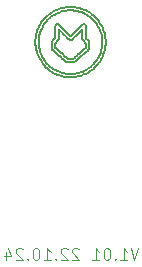
<source format=gbr>
G04 #@! TF.GenerationSoftware,KiCad,Pcbnew,8.0.5*
G04 #@! TF.CreationDate,2024-10-22T03:07:17+03:00*
G04 #@! TF.ProjectId,DC36_DC5,44433336-5f44-4433-952e-6b696361645f,rev?*
G04 #@! TF.SameCoordinates,Original*
G04 #@! TF.FileFunction,Legend,Bot*
G04 #@! TF.FilePolarity,Positive*
%FSLAX46Y46*%
G04 Gerber Fmt 4.6, Leading zero omitted, Abs format (unit mm)*
G04 Created by KiCad (PCBNEW 8.0.5) date 2024-10-22 03:07:17*
%MOMM*%
%LPD*%
G01*
G04 APERTURE LIST*
G04 Aperture macros list*
%AMRoundRect*
0 Rectangle with rounded corners*
0 $1 Rounding radius*
0 $2 $3 $4 $5 $6 $7 $8 $9 X,Y pos of 4 corners*
0 Add a 4 corners polygon primitive as box body*
4,1,4,$2,$3,$4,$5,$6,$7,$8,$9,$2,$3,0*
0 Add four circle primitives for the rounded corners*
1,1,$1+$1,$2,$3*
1,1,$1+$1,$4,$5*
1,1,$1+$1,$6,$7*
1,1,$1+$1,$8,$9*
0 Add four rect primitives between the rounded corners*
20,1,$1+$1,$2,$3,$4,$5,0*
20,1,$1+$1,$4,$5,$6,$7,0*
20,1,$1+$1,$6,$7,$8,$9,0*
20,1,$1+$1,$8,$9,$2,$3,0*%
G04 Aperture macros list end*
%ADD10C,0.100000*%
%ADD11C,0.150000*%
%ADD12C,0.800000*%
%ADD13C,8.000000*%
%ADD14RoundRect,0.250000X-1.250000X0.755000X-1.250000X-0.755000X1.250000X-0.755000X1.250000X0.755000X0*%
%ADD15C,1.440000*%
G04 APERTURE END LIST*
D10*
X128997972Y-113172419D02*
X128664639Y-114172419D01*
X128664639Y-114172419D02*
X128331306Y-113172419D01*
X127474163Y-114172419D02*
X128045591Y-114172419D01*
X127759877Y-114172419D02*
X127759877Y-113172419D01*
X127759877Y-113172419D02*
X127855115Y-113315276D01*
X127855115Y-113315276D02*
X127950353Y-113410514D01*
X127950353Y-113410514D02*
X128045591Y-113458133D01*
X127045591Y-114077180D02*
X126997972Y-114124800D01*
X126997972Y-114124800D02*
X127045591Y-114172419D01*
X127045591Y-114172419D02*
X127093210Y-114124800D01*
X127093210Y-114124800D02*
X127045591Y-114077180D01*
X127045591Y-114077180D02*
X127045591Y-114172419D01*
X126378925Y-113172419D02*
X126283687Y-113172419D01*
X126283687Y-113172419D02*
X126188449Y-113220038D01*
X126188449Y-113220038D02*
X126140830Y-113267657D01*
X126140830Y-113267657D02*
X126093211Y-113362895D01*
X126093211Y-113362895D02*
X126045592Y-113553371D01*
X126045592Y-113553371D02*
X126045592Y-113791466D01*
X126045592Y-113791466D02*
X126093211Y-113981942D01*
X126093211Y-113981942D02*
X126140830Y-114077180D01*
X126140830Y-114077180D02*
X126188449Y-114124800D01*
X126188449Y-114124800D02*
X126283687Y-114172419D01*
X126283687Y-114172419D02*
X126378925Y-114172419D01*
X126378925Y-114172419D02*
X126474163Y-114124800D01*
X126474163Y-114124800D02*
X126521782Y-114077180D01*
X126521782Y-114077180D02*
X126569401Y-113981942D01*
X126569401Y-113981942D02*
X126617020Y-113791466D01*
X126617020Y-113791466D02*
X126617020Y-113553371D01*
X126617020Y-113553371D02*
X126569401Y-113362895D01*
X126569401Y-113362895D02*
X126521782Y-113267657D01*
X126521782Y-113267657D02*
X126474163Y-113220038D01*
X126474163Y-113220038D02*
X126378925Y-113172419D01*
X125093211Y-114172419D02*
X125664639Y-114172419D01*
X125378925Y-114172419D02*
X125378925Y-113172419D01*
X125378925Y-113172419D02*
X125474163Y-113315276D01*
X125474163Y-113315276D02*
X125569401Y-113410514D01*
X125569401Y-113410514D02*
X125664639Y-113458133D01*
X123950353Y-113267657D02*
X123902734Y-113220038D01*
X123902734Y-113220038D02*
X123807496Y-113172419D01*
X123807496Y-113172419D02*
X123569401Y-113172419D01*
X123569401Y-113172419D02*
X123474163Y-113220038D01*
X123474163Y-113220038D02*
X123426544Y-113267657D01*
X123426544Y-113267657D02*
X123378925Y-113362895D01*
X123378925Y-113362895D02*
X123378925Y-113458133D01*
X123378925Y-113458133D02*
X123426544Y-113600990D01*
X123426544Y-113600990D02*
X123997972Y-114172419D01*
X123997972Y-114172419D02*
X123378925Y-114172419D01*
X122997972Y-113267657D02*
X122950353Y-113220038D01*
X122950353Y-113220038D02*
X122855115Y-113172419D01*
X122855115Y-113172419D02*
X122617020Y-113172419D01*
X122617020Y-113172419D02*
X122521782Y-113220038D01*
X122521782Y-113220038D02*
X122474163Y-113267657D01*
X122474163Y-113267657D02*
X122426544Y-113362895D01*
X122426544Y-113362895D02*
X122426544Y-113458133D01*
X122426544Y-113458133D02*
X122474163Y-113600990D01*
X122474163Y-113600990D02*
X123045591Y-114172419D01*
X123045591Y-114172419D02*
X122426544Y-114172419D01*
X121997972Y-114077180D02*
X121950353Y-114124800D01*
X121950353Y-114124800D02*
X121997972Y-114172419D01*
X121997972Y-114172419D02*
X122045591Y-114124800D01*
X122045591Y-114124800D02*
X121997972Y-114077180D01*
X121997972Y-114077180D02*
X121997972Y-114172419D01*
X120997973Y-114172419D02*
X121569401Y-114172419D01*
X121283687Y-114172419D02*
X121283687Y-113172419D01*
X121283687Y-113172419D02*
X121378925Y-113315276D01*
X121378925Y-113315276D02*
X121474163Y-113410514D01*
X121474163Y-113410514D02*
X121569401Y-113458133D01*
X120378925Y-113172419D02*
X120283687Y-113172419D01*
X120283687Y-113172419D02*
X120188449Y-113220038D01*
X120188449Y-113220038D02*
X120140830Y-113267657D01*
X120140830Y-113267657D02*
X120093211Y-113362895D01*
X120093211Y-113362895D02*
X120045592Y-113553371D01*
X120045592Y-113553371D02*
X120045592Y-113791466D01*
X120045592Y-113791466D02*
X120093211Y-113981942D01*
X120093211Y-113981942D02*
X120140830Y-114077180D01*
X120140830Y-114077180D02*
X120188449Y-114124800D01*
X120188449Y-114124800D02*
X120283687Y-114172419D01*
X120283687Y-114172419D02*
X120378925Y-114172419D01*
X120378925Y-114172419D02*
X120474163Y-114124800D01*
X120474163Y-114124800D02*
X120521782Y-114077180D01*
X120521782Y-114077180D02*
X120569401Y-113981942D01*
X120569401Y-113981942D02*
X120617020Y-113791466D01*
X120617020Y-113791466D02*
X120617020Y-113553371D01*
X120617020Y-113553371D02*
X120569401Y-113362895D01*
X120569401Y-113362895D02*
X120521782Y-113267657D01*
X120521782Y-113267657D02*
X120474163Y-113220038D01*
X120474163Y-113220038D02*
X120378925Y-113172419D01*
X119617020Y-114077180D02*
X119569401Y-114124800D01*
X119569401Y-114124800D02*
X119617020Y-114172419D01*
X119617020Y-114172419D02*
X119664639Y-114124800D01*
X119664639Y-114124800D02*
X119617020Y-114077180D01*
X119617020Y-114077180D02*
X119617020Y-114172419D01*
X119188449Y-113267657D02*
X119140830Y-113220038D01*
X119140830Y-113220038D02*
X119045592Y-113172419D01*
X119045592Y-113172419D02*
X118807497Y-113172419D01*
X118807497Y-113172419D02*
X118712259Y-113220038D01*
X118712259Y-113220038D02*
X118664640Y-113267657D01*
X118664640Y-113267657D02*
X118617021Y-113362895D01*
X118617021Y-113362895D02*
X118617021Y-113458133D01*
X118617021Y-113458133D02*
X118664640Y-113600990D01*
X118664640Y-113600990D02*
X119236068Y-114172419D01*
X119236068Y-114172419D02*
X118617021Y-114172419D01*
X117759878Y-113505752D02*
X117759878Y-114172419D01*
X117997973Y-113124800D02*
X118236068Y-113839085D01*
X118236068Y-113839085D02*
X117617021Y-113839085D01*
D11*
X120273000Y-95716590D02*
X120273000Y-95704000D01*
X120282560Y-95951250D02*
X120279850Y-95908350D01*
X120305560Y-96158640D02*
X120285670Y-95993730D01*
X120592540Y-95267540D02*
X120620000Y-95127000D01*
X120930740Y-94345740D02*
X121011420Y-94217620D01*
X120984020Y-93789420D02*
X121070450Y-93693450D01*
X121111280Y-97359320D02*
X121040020Y-97262580D01*
X121184400Y-93577000D02*
X121231200Y-93532600D01*
X121210830Y-97886170D02*
X121028300Y-97699110D01*
X121231170Y-93933370D02*
X121292400Y-93867400D01*
X121245580Y-97520220D02*
X121186390Y-97452220D01*
X121275630Y-97552570D02*
X121255170Y-97532240D01*
X121375620Y-93782610D02*
X121530070Y-93644260D01*
X121383650Y-98037360D02*
X121234820Y-97910190D01*
X121455560Y-97730250D02*
X121389600Y-97669000D01*
X121522780Y-97787820D02*
X121477160Y-97749450D01*
X121646810Y-93211410D02*
X121849800Y-93092800D01*
X121691400Y-95706400D02*
X121691400Y-96299200D01*
X121713510Y-97933100D02*
X121664300Y-97898300D01*
X121772430Y-96422180D02*
X121843230Y-96483380D01*
X121902120Y-93385120D02*
X121956170Y-93355160D01*
X121943980Y-96572220D02*
X121984910Y-96608090D01*
X121962010Y-95389010D02*
X121791600Y-95559400D01*
X121972200Y-96224800D02*
X121972030Y-95790230D01*
X121974600Y-94511200D02*
X121974600Y-95248000D01*
X122130950Y-92961140D02*
X122265310Y-92910700D01*
X122266810Y-96854190D02*
X122307580Y-96890230D01*
X122326780Y-96907030D02*
X122437220Y-97002980D01*
X122399760Y-96596450D02*
X122104910Y-96339290D01*
X122567760Y-97117250D02*
X122648420Y-97187790D01*
X122658250Y-97197160D02*
X122870780Y-97383030D01*
X122823490Y-96967110D02*
X122497100Y-96681510D01*
X122922020Y-97053380D02*
X122856420Y-96996590D01*
X122985010Y-97420000D02*
X123517810Y-97420000D01*
X123085930Y-98408680D02*
X122857660Y-98384950D01*
X123088210Y-98689600D02*
X122958420Y-98680190D01*
X123180000Y-95168200D02*
X122972410Y-94960600D01*
X123181170Y-98694410D02*
X123172180Y-98694410D01*
X123222610Y-93025600D02*
X123311440Y-93025570D01*
X123429010Y-98689620D02*
X123181170Y-98694410D01*
X123477000Y-97136800D02*
X123021010Y-97136800D01*
X123619640Y-98671440D02*
X123429010Y-98689620D01*
X123689220Y-97327420D02*
X123890430Y-97151830D01*
X123709100Y-96936890D02*
X123659990Y-96978980D01*
X123758400Y-95123800D02*
X124209610Y-94672600D01*
X123773980Y-96879380D02*
X123740650Y-96908450D01*
X123991190Y-97062990D02*
X124254030Y-96833820D01*
X124020030Y-96664630D02*
X123807630Y-96850620D01*
X124242600Y-94643200D02*
X124242520Y-95442490D01*
X124263850Y-96824450D02*
X124414830Y-96692230D01*
X124285200Y-94200990D02*
X123387600Y-95098600D01*
X124323520Y-98189710D02*
X124266260Y-98214060D01*
X124350010Y-95601400D02*
X124504810Y-95756200D01*
X124362640Y-93265560D02*
X124445000Y-93305600D01*
X124425580Y-96683780D02*
X124465230Y-96649020D01*
X124496300Y-96248090D02*
X124119580Y-96576980D01*
X124523410Y-95260000D02*
X124523410Y-94393600D01*
X124525810Y-95780800D02*
X124525810Y-96217600D01*
X124636780Y-96498980D02*
X124696830Y-96446230D01*
X124806610Y-96289600D02*
X124806610Y-95718400D01*
X124969470Y-97791670D02*
X124805600Y-97918200D01*
X125007605Y-93679000D02*
X125190008Y-93851800D01*
X125230813Y-93894990D02*
X125259500Y-93926310D01*
X125247617Y-97525020D02*
X125197237Y-97580230D01*
X125392810Y-93656200D02*
X125447961Y-93716240D01*
X125400007Y-97773400D02*
X125331613Y-97844210D01*
X125520174Y-94270430D02*
X125605043Y-94413560D01*
X125541626Y-97615020D02*
X125477220Y-97689820D01*
X125702821Y-94037390D02*
X125776094Y-94148910D01*
X125728687Y-97362880D02*
X125691704Y-97417100D01*
X125792079Y-96607870D02*
X125734382Y-96758980D01*
X125899407Y-97070400D02*
X125867424Y-97132020D01*
X126217859Y-95910450D02*
X126214750Y-95955340D01*
X126219552Y-95553460D02*
X126223016Y-95730700D01*
X120273000Y-95704000D02*
X120278013Y-95540556D01*
X120292156Y-95384097D01*
X120314080Y-95227743D01*
X120319280Y-95195880D01*
X120279850Y-95908350D02*
X120273086Y-95752884D01*
X120273000Y-95716590D01*
X120285670Y-95993730D02*
X120282560Y-95951250D01*
X120318580Y-96239220D02*
X120305560Y-96158640D01*
X120319280Y-95195880D02*
X120353488Y-95026900D01*
X120392750Y-94878913D01*
X120440195Y-94731555D01*
X120494887Y-94588176D01*
X120566600Y-94430400D01*
X120481800Y-96815200D02*
X120423643Y-96657208D01*
X120379567Y-96513714D01*
X120343336Y-96368013D01*
X120318580Y-96239220D01*
X120553740Y-95732860D02*
X120558477Y-95579527D01*
X120558520Y-95569520D01*
X120556180Y-95814420D02*
X120556230Y-95773570D01*
X120556230Y-95773570D02*
X120553740Y-95732860D01*
X120558520Y-95569520D02*
X120571127Y-95418762D01*
X120592540Y-95267540D01*
X120561010Y-95893590D02*
X120556180Y-95814420D01*
X120566600Y-94430400D02*
X120596160Y-94368760D01*
X120596160Y-94368760D02*
X120668197Y-94236889D01*
X120746777Y-94108896D01*
X120784680Y-94050880D01*
X120620000Y-95127000D02*
X120653610Y-94992610D01*
X120624850Y-96333760D02*
X120594646Y-96184408D01*
X120572660Y-96033585D01*
X120561010Y-95893590D01*
X120653610Y-94992610D02*
X120700868Y-94842264D01*
X120737700Y-94740700D01*
X120737700Y-94740700D02*
X120749590Y-94711790D01*
X120749590Y-94711790D02*
X120811585Y-94571458D01*
X120880125Y-94434626D01*
X120930740Y-94345740D01*
X120784680Y-94050880D02*
X120873385Y-93925967D01*
X120971485Y-93803691D01*
X120984020Y-93789420D01*
X120804790Y-97416220D02*
X120711585Y-97276313D01*
X120635726Y-97144331D01*
X120566532Y-97008139D01*
X120497267Y-96853110D01*
X120481800Y-96815200D01*
X120822600Y-96892000D02*
X120754551Y-96741735D01*
X120701291Y-96600408D01*
X120656307Y-96457003D01*
X120624850Y-96333760D01*
X120850600Y-96948000D02*
X120822600Y-96892000D01*
X120972810Y-97161800D02*
X120893588Y-97029880D01*
X120850600Y-96948000D01*
X121011420Y-94217620D02*
X121028990Y-94191990D01*
X121016420Y-97686980D02*
X120918010Y-97568713D01*
X120825125Y-97444167D01*
X120804790Y-97416220D01*
X121028300Y-97699110D02*
X121016420Y-97686980D01*
X121028990Y-94191990D02*
X121119459Y-94067491D01*
X121219679Y-93945949D01*
X121231170Y-93933370D01*
X121040020Y-97262580D02*
X120972810Y-97161800D01*
X121070450Y-93693450D02*
X121081220Y-93680220D01*
X121081220Y-93680220D02*
X121137360Y-93623550D01*
X121137360Y-93623550D02*
X121184400Y-93577000D01*
X121186390Y-97452220D02*
X121111280Y-97359320D01*
X121231200Y-93532600D02*
X121317600Y-93455800D01*
X121234820Y-97910190D02*
X121210830Y-97886170D01*
X121255170Y-97532240D02*
X121245580Y-97520220D01*
X121285220Y-97564590D02*
X121275630Y-97552570D01*
X121292400Y-93867400D02*
X121375620Y-93782610D01*
X121317600Y-93455800D02*
X121329340Y-93445930D01*
X121329340Y-93445930D02*
X121380440Y-93403440D01*
X121380440Y-93403440D02*
X121502674Y-93309914D01*
X121630481Y-93221544D01*
X121646810Y-93211410D01*
X121389600Y-97669000D02*
X121285220Y-97564590D01*
X121435980Y-98078630D02*
X121383650Y-98037360D01*
X121467500Y-97739910D02*
X121455560Y-97730250D01*
X121477160Y-97749450D02*
X121467500Y-97739910D01*
X121530070Y-93644260D02*
X121554050Y-93625050D01*
X121554050Y-93625050D02*
X121680410Y-93528990D01*
X121812022Y-93440841D01*
X121902120Y-93385120D01*
X121664300Y-97898300D02*
X121544035Y-97806133D01*
X121522780Y-97787820D01*
X121691400Y-96299200D02*
X121708950Y-96356060D01*
X121708950Y-96356060D02*
X121772430Y-96422180D01*
X121768330Y-98300680D02*
X121639925Y-98221944D01*
X121506541Y-98130471D01*
X121435980Y-98078630D01*
X121791600Y-95559400D02*
X121695586Y-95678079D01*
X121691400Y-95706400D01*
X121843230Y-96483380D02*
X121863610Y-96501390D01*
X121849800Y-93092800D02*
X121988736Y-93024018D01*
X122130950Y-92961140D01*
X121863610Y-96501390D02*
X121923580Y-96554230D01*
X121919530Y-98063080D02*
X121789787Y-97983309D01*
X121713510Y-97933100D01*
X121923580Y-96554230D02*
X121934160Y-96562850D01*
X121934160Y-96562850D02*
X121943980Y-96572220D01*
X121956170Y-93355160D02*
X121982600Y-93340800D01*
X121972030Y-95790230D02*
X121981130Y-95768130D01*
X121974600Y-95248000D02*
X121974680Y-95370480D01*
X121974680Y-95370480D02*
X121962010Y-95389010D01*
X121978410Y-94267810D02*
X121973635Y-94422246D01*
X121974600Y-94511200D01*
X121981130Y-95768130D02*
X122089895Y-95660558D01*
X122199799Y-95549534D01*
X122214020Y-95535420D01*
X121982600Y-93340800D02*
X122122774Y-93271183D01*
X122241000Y-93219990D01*
X121984910Y-96608090D02*
X122097900Y-96707042D01*
X122196110Y-96792890D01*
X122029000Y-98121610D02*
X121919530Y-98063080D01*
X122075440Y-98454370D02*
X121938650Y-98390468D01*
X121805202Y-98321453D01*
X121768330Y-98300680D01*
X122104910Y-96339290D02*
X121990509Y-96238442D01*
X121972200Y-96224800D01*
X122142260Y-98176350D02*
X122029000Y-98121610D01*
X122196110Y-96792890D02*
X122206820Y-96801380D01*
X122200870Y-98201740D02*
X122142260Y-98176350D01*
X122206820Y-96801380D02*
X122266810Y-96854190D01*
X122214020Y-94202180D02*
X122059964Y-94172634D01*
X121978410Y-94267810D01*
X122214020Y-95535420D02*
X122253060Y-95459260D01*
X122241000Y-93219990D02*
X122382733Y-93167879D01*
X122527002Y-93123395D01*
X122673539Y-93086927D01*
X122822081Y-93058863D01*
X122907760Y-93046750D01*
X122253060Y-95459260D02*
X122256346Y-95304809D01*
X122255593Y-95147511D01*
X122255400Y-95111200D01*
X122255400Y-94643200D02*
X122383684Y-94769219D01*
X122510424Y-94895679D01*
X122619066Y-95004366D01*
X122731468Y-95116963D01*
X122840533Y-95226312D01*
X122968497Y-95354688D01*
X123076738Y-95463296D01*
X123097200Y-95483800D01*
X122255400Y-95111200D02*
X122255400Y-94956723D01*
X122255400Y-94795277D01*
X122255400Y-94644985D01*
X122255400Y-94643200D01*
X122265310Y-92910700D02*
X122413131Y-92863102D01*
X122548690Y-92826880D01*
X122307580Y-96890230D02*
X122326780Y-96907030D01*
X122431310Y-96624890D02*
X122399760Y-96596450D01*
X122437220Y-97002980D02*
X122447050Y-97012360D01*
X122447050Y-97012360D02*
X122563821Y-97114072D01*
X122567760Y-97117250D01*
X122497100Y-96681510D02*
X122431310Y-96624890D01*
X122548690Y-92826880D02*
X122700376Y-92794486D01*
X122858220Y-92769210D01*
X122562580Y-98615230D02*
X122410129Y-98574537D01*
X122253765Y-98524702D01*
X122103769Y-98466816D01*
X122075440Y-98454370D01*
X122648420Y-97187790D02*
X122658250Y-97197160D01*
X122856420Y-96996590D02*
X122823490Y-96967110D01*
X122857660Y-98384950D02*
X122689454Y-98355731D01*
X122522972Y-98315121D01*
X122359636Y-98263622D01*
X122200870Y-98201740D01*
X122858220Y-92769210D02*
X122983990Y-92755780D01*
X122870780Y-97383030D02*
X122917440Y-97410760D01*
X122907760Y-93046750D02*
X123060625Y-93031652D01*
X123212349Y-93025626D01*
X123222610Y-93025600D01*
X122917440Y-97410760D02*
X122985010Y-97420000D01*
X122938690Y-97067910D02*
X122922020Y-97053380D01*
X122958420Y-98680190D02*
X122807580Y-98662849D01*
X122656436Y-98636185D01*
X122562580Y-98615230D01*
X122972410Y-94960600D02*
X122853815Y-94842189D01*
X122735109Y-94723891D01*
X122616392Y-94605605D01*
X122497763Y-94487232D01*
X122379324Y-94368671D01*
X122261175Y-94249822D01*
X122214020Y-94202180D01*
X122983990Y-92755780D02*
X123134667Y-92745278D01*
X123155310Y-92744700D01*
X123021010Y-97136800D02*
X122938690Y-97067910D01*
X123097200Y-95483800D02*
X123221348Y-95574316D01*
X123246600Y-95576800D01*
X123133810Y-98692000D02*
X123088210Y-98689600D01*
X123155310Y-92744700D02*
X123308619Y-92745162D01*
X123461509Y-92751656D01*
X123613409Y-92766155D01*
X123643620Y-92770190D01*
X123167420Y-98411190D02*
X123085930Y-98408680D01*
X123172180Y-98694410D02*
X123133810Y-98692000D01*
X123208120Y-98413690D02*
X123167420Y-98411190D01*
X123214800Y-95203000D02*
X123180000Y-95168200D01*
X123246600Y-95576800D02*
X123335780Y-95545980D01*
X123249000Y-95236000D02*
X123214800Y-95203000D01*
X123311440Y-93025570D02*
X123349720Y-93028080D01*
X123335780Y-95545980D02*
X123453960Y-95429725D01*
X123562670Y-95320755D01*
X123682891Y-95199814D01*
X123758400Y-95123800D01*
X123349720Y-93028080D02*
X123468080Y-93034530D01*
X123387600Y-95098600D02*
X123280211Y-95207492D01*
X123249000Y-95236000D01*
X123468080Y-93034530D02*
X123581570Y-93045840D01*
X123517810Y-97420000D02*
X123654988Y-97356591D01*
X123668650Y-97345250D01*
X123581570Y-93045840D02*
X123738735Y-93070436D01*
X123893857Y-93102766D01*
X123996270Y-93130340D01*
X123595180Y-97036580D02*
X123480626Y-97134681D01*
X123477000Y-97136800D01*
X123610390Y-97022990D02*
X123595180Y-97036580D01*
X123643320Y-96993510D02*
X123610390Y-97022990D01*
X123643620Y-92770190D02*
X123800640Y-92795742D01*
X123955110Y-92828300D01*
X123659990Y-96978980D02*
X123643320Y-96993510D01*
X123668650Y-97345250D02*
X123689220Y-97327420D01*
X123740650Y-96908450D02*
X123709100Y-96936890D01*
X123790820Y-96865020D02*
X123773980Y-96879380D01*
X123807630Y-96850620D02*
X123790820Y-96865020D01*
X123890430Y-97151830D02*
X123991190Y-97062990D01*
X123955110Y-92828300D02*
X124104823Y-92868948D01*
X124171510Y-92890290D01*
X123996270Y-93130340D02*
X124060510Y-93150090D01*
X124041950Y-98587350D02*
X123890498Y-98624037D01*
X123739824Y-98653567D01*
X123619640Y-98671440D01*
X124060510Y-93150090D02*
X124203973Y-93199435D01*
X124345012Y-93257058D01*
X124362640Y-93265560D01*
X124119580Y-96576980D02*
X124020030Y-96664630D01*
X124171510Y-92890290D02*
X124239860Y-92913150D01*
X124209610Y-94672600D02*
X124242600Y-94643200D01*
X124239860Y-92913150D02*
X124391961Y-92972695D01*
X124541146Y-93038567D01*
X124672970Y-93106430D01*
X124242520Y-95442490D02*
X124321579Y-95573990D01*
X124350010Y-95601400D01*
X124254030Y-96833820D02*
X124263850Y-96824450D01*
X124266260Y-98214060D02*
X124106779Y-98272736D01*
X123947616Y-98320946D01*
X123787076Y-98358884D01*
X123623464Y-98386749D01*
X123455085Y-98404734D01*
X123280245Y-98413036D01*
X123208120Y-98413690D01*
X124414830Y-96692230D02*
X124425580Y-96683780D01*
X124445000Y-93305600D02*
X124474420Y-93319380D01*
X124465230Y-96649020D02*
X124583059Y-96545632D01*
X124636780Y-96498980D01*
X124474420Y-93319380D02*
X124501010Y-93333590D01*
X124501010Y-93333590D02*
X124633050Y-93407960D01*
X124504810Y-95756200D02*
X124525810Y-95780800D01*
X124520010Y-94272190D02*
X124414318Y-94165304D01*
X124285200Y-94200990D01*
X124521020Y-98094420D02*
X124386195Y-98161171D01*
X124323520Y-98189710D01*
X124523410Y-94393600D02*
X124520010Y-94272190D01*
X124525810Y-96217600D02*
X124496300Y-96248090D01*
X124526330Y-95381880D02*
X124523410Y-95260000D01*
X124545810Y-98397610D02*
X124404325Y-98461733D01*
X124252081Y-98521168D01*
X124101733Y-98571058D01*
X124041950Y-98587350D01*
X124633050Y-93407960D02*
X124760968Y-93489840D01*
X124857380Y-93558030D01*
X124672970Y-93106430D02*
X124818036Y-93191954D01*
X124958394Y-93284466D01*
X125093414Y-93384669D01*
X125165888Y-93443920D01*
X124696830Y-96446230D02*
X124717220Y-96428210D01*
X124711210Y-95566600D02*
X124602323Y-95459224D01*
X124526330Y-95381880D01*
X124717220Y-96428210D02*
X124806004Y-96302981D01*
X124806610Y-96289600D01*
X124773590Y-95629010D02*
X124711210Y-95566600D01*
X124805600Y-97918200D02*
X124676901Y-98004108D01*
X124544508Y-98082277D01*
X124521020Y-98094420D01*
X124806610Y-95718400D02*
X124773590Y-95629010D01*
X124843076Y-98231680D02*
X124705667Y-98312932D01*
X124564877Y-98387968D01*
X124545810Y-98397610D01*
X124857380Y-93558030D02*
X124979029Y-93653499D01*
X125007605Y-93679000D01*
X125006836Y-98119430D02*
X124879661Y-98208361D01*
X124843076Y-98231680D01*
X125032958Y-98099960D02*
X125006836Y-98119430D01*
X125060326Y-98079320D02*
X125032958Y-98099960D01*
X125082011Y-97693010D02*
X124969470Y-97791670D01*
X125103195Y-97673390D02*
X125082011Y-97693010D01*
X125165888Y-93443920D02*
X125177221Y-93454190D01*
X125177221Y-93454190D02*
X125292446Y-93557242D01*
X125300299Y-93563910D01*
X125187488Y-97976090D02*
X125068540Y-98073143D01*
X125060326Y-98079320D01*
X125190008Y-93851800D02*
X125230813Y-93894990D01*
X125197237Y-97580230D02*
X125103195Y-97673390D01*
X125198821Y-97965820D02*
X125187488Y-97976090D01*
X125259500Y-93926310D02*
X125359939Y-94046088D01*
X125453662Y-94171350D01*
X125300299Y-93563910D02*
X125392810Y-93656200D01*
X125325541Y-97434940D02*
X125247617Y-97525020D01*
X125331613Y-97844210D02*
X125218245Y-97949398D01*
X125198821Y-97965820D01*
X125447961Y-93716240D02*
X125523490Y-93801520D01*
X125453662Y-94171350D02*
X125520174Y-94270430D01*
X125467223Y-97701420D02*
X125400007Y-97773400D01*
X125477220Y-97689820D02*
X125467223Y-97701420D01*
X125502582Y-97194380D02*
X125412494Y-97325172D01*
X125325541Y-97434940D01*
X125523490Y-93801520D02*
X125622489Y-93924674D01*
X125694156Y-94024450D01*
X125552455Y-97601850D02*
X125541626Y-97615020D01*
X125605043Y-94413560D02*
X125678167Y-94554504D01*
X125743127Y-94699963D01*
X125781313Y-94798900D01*
X125641009Y-96958400D02*
X125566645Y-97093202D01*
X125502582Y-97194380D01*
X125691704Y-97417100D02*
X125602151Y-97539771D01*
X125552455Y-97601850D01*
X125694156Y-94024450D02*
X125702821Y-94037390D01*
X125721340Y-96789140D02*
X125656799Y-96926918D01*
X125641009Y-96958400D01*
X125734382Y-96758980D02*
X125721340Y-96789140D01*
X125776094Y-94148910D02*
X125854625Y-94281830D01*
X125861828Y-94295980D01*
X125781313Y-94798900D02*
X125832187Y-94953789D01*
X125875357Y-95116772D01*
X125907771Y-95281146D01*
X125920009Y-95370600D01*
X125851578Y-96415370D02*
X125808282Y-96560659D01*
X125792079Y-96607870D01*
X125861828Y-94295980D02*
X125877818Y-94325590D01*
X125867424Y-97132020D02*
X125791915Y-97264661D01*
X125728687Y-97362880D01*
X125877818Y-94325590D02*
X125909008Y-94385600D01*
X125897598Y-96211790D02*
X125865676Y-96358642D01*
X125851578Y-96415370D01*
X125909008Y-94385600D02*
X125976303Y-94529193D01*
X126035900Y-94675766D01*
X126087540Y-94825357D01*
X126130963Y-94978005D01*
X126151988Y-95066620D01*
X125920009Y-95370600D02*
X125934885Y-95533123D01*
X125941575Y-95689352D01*
X125939521Y-95842958D01*
X125928167Y-95997611D01*
X125906955Y-96156983D01*
X125897598Y-96211790D01*
X126040209Y-96750410D02*
X125981417Y-96894561D01*
X125915628Y-97037641D01*
X125899407Y-97070400D01*
X126064582Y-96681180D02*
X126040209Y-96750410D01*
X126108910Y-96540700D02*
X126064582Y-96681180D01*
X126146829Y-96393820D02*
X126108910Y-96540700D01*
X126151988Y-95066620D02*
X126182109Y-95223705D01*
X126203845Y-95373069D01*
X126205112Y-95383100D01*
X126202036Y-96079430D02*
X126179336Y-96228209D01*
X126149062Y-96383605D01*
X126146829Y-96393820D01*
X126205112Y-95383100D02*
X126216422Y-95510990D01*
X126210679Y-95996870D02*
X126202036Y-96079430D01*
X126214750Y-95955340D02*
X126210679Y-95996870D01*
X126216422Y-95510990D02*
X126219552Y-95553460D01*
X126222687Y-95824080D02*
X126217859Y-95910450D01*
X126223016Y-95730700D02*
X126222687Y-95824080D01*
%LPC*%
D12*
X90498000Y-80954000D03*
X91310779Y-78991779D03*
X91310779Y-82916221D03*
X93273000Y-78179000D03*
D13*
X93273000Y-80954000D03*
D12*
X93273000Y-83729000D03*
X95235221Y-78991779D03*
X95235221Y-82916221D03*
X96048000Y-80954000D03*
D14*
X97573000Y-93304000D03*
X97573000Y-98404000D03*
D13*
X153273000Y-80954000D03*
D12*
X90498000Y-110954000D03*
X91310779Y-108991779D03*
X91310779Y-112916221D03*
X93273000Y-108179000D03*
D13*
X93273000Y-110954000D03*
D12*
X93273000Y-113729000D03*
X95235221Y-108991779D03*
X95235221Y-112916221D03*
X96048000Y-110954000D03*
D13*
X153273000Y-110954000D03*
D15*
X115173000Y-106680000D03*
X115173000Y-104140000D03*
X115173000Y-101600000D03*
%LPD*%
M02*

</source>
